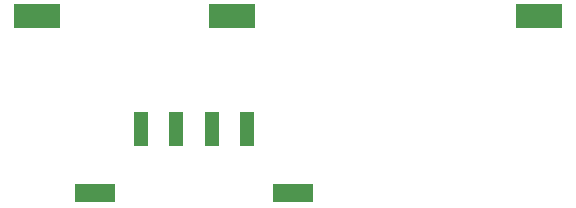
<source format=gtp>
G04 #@! TF.GenerationSoftware,KiCad,Pcbnew,5.1.9+dfsg1-1+deb11u1*
G04 #@! TF.CreationDate,2023-02-14T20:28:48+09:00*
G04 #@! TF.ProjectId,zenfone-max-m2-battery-breakout,7a656e66-6f6e-4652-9d6d-61782d6d322d,rev?*
G04 #@! TF.SameCoordinates,Original*
G04 #@! TF.FileFunction,Paste,Top*
G04 #@! TF.FilePolarity,Positive*
%FSLAX46Y46*%
G04 Gerber Fmt 4.6, Leading zero omitted, Abs format (unit mm)*
G04 Created by KiCad (PCBNEW 5.1.9+dfsg1-1+deb11u1) date 2023-02-14 20:28:48*
%MOMM*%
%LPD*%
G01*
G04 APERTURE LIST*
%ADD10R,1.270000X2.919999*%
%ADD11R,3.430001X1.650000*%
%ADD12R,4.000000X2.000000*%
G04 APERTURE END LIST*
D10*
X179499999Y-71750000D03*
X176500000Y-71750000D03*
X173500000Y-71750000D03*
X170500001Y-71750000D03*
D11*
X183385004Y-77220012D03*
X166614996Y-77220012D03*
D12*
X161750000Y-62250000D03*
X178210000Y-62250000D03*
X204210000Y-62250000D03*
M02*

</source>
